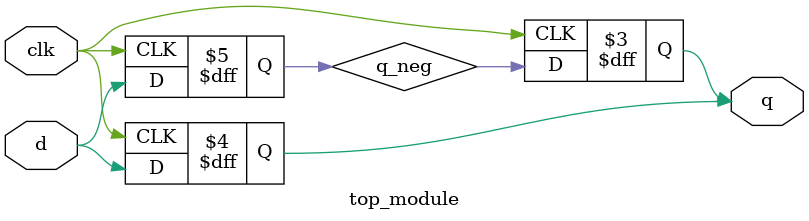
<source format=sv>
module top_module(
    input clk,
    input d,
    output reg q
);

reg q_neg;

// Dual-edge triggered flip-flop behavior
always @(posedge clk) begin
    q <= d;
    q_neg <= d;
end

always @(negedge clk) begin
    q <= q_neg;
end

endmodule

</source>
